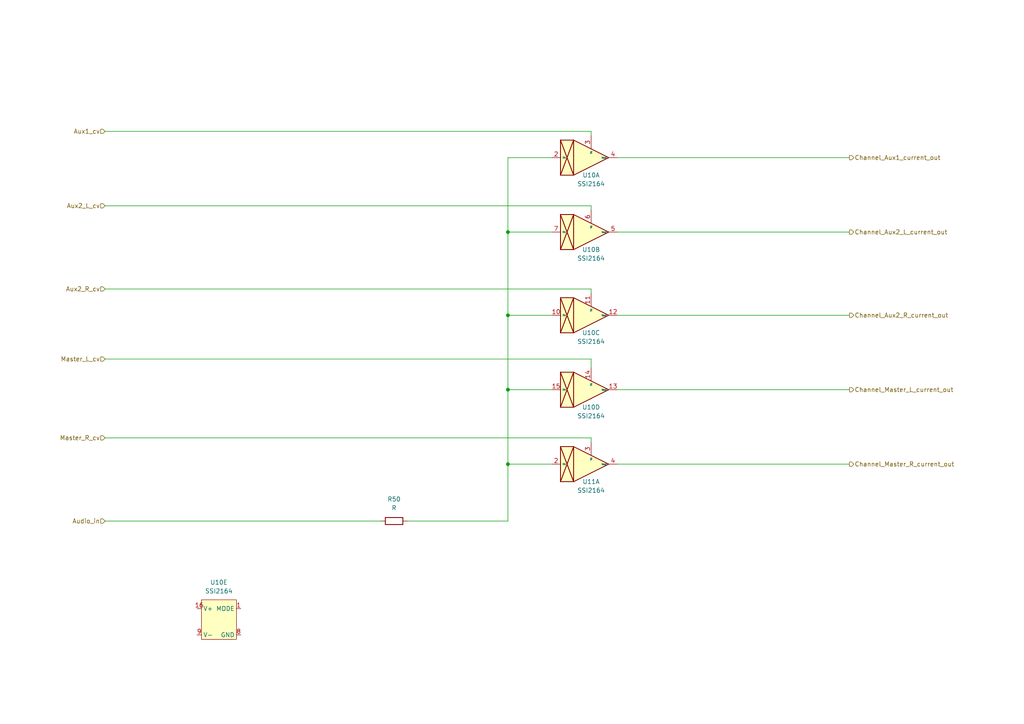
<source format=kicad_sch>
(kicad_sch (version 20230121) (generator eeschema)
  (paper "A4")
  (lib_symbols
    (symbol "Device:R" (pin_numbers hide) (pin_names (offset 0))
      (property "Reference" "R" (at 2.032 0 90))
      (property "Value" "R" (at 0 0 90))
      (symbol "R_0_1"
        (rectangle (start -1.016 -2.54) (end 1.016 2.54) (stroke (width 0.254)))
      )
      (symbol "R_1_1"
        (pin passive line (at 0 3.81 270) (length 1.27) (name "~") (number "1"))
        (pin passive line (at 0 -3.81 90) (length 1.27) (name "~") (number "2"))
      )
    )
    (symbol "WillItBlend:SSI2164-multiunit"
      (property "Reference" "U" (at -8.89 7.62 0))
      (property "Value" "SSI2164" (at -5.08 0 0))
      (symbol "SSI2164-multiunit_1_1"
        (polyline (pts (xy -8.89 -5.08) (xy -5.08 5.08) (xy -5.08 -5.08) (xy -8.89 5.08)) (stroke (width 0.254)))
        (polyline (pts (xy -5.08 5.08) (xy 5.08 0) (xy -5.08 -5.08) (xy -8.89 -5.08) (xy -8.89 5.08) (xy -5.08 5.08)) (stroke (width 0.254)) (fill (type background)))
        (pin input line (at -11.43 0 0) (length 2.54) (name "Iin") (number "2"))
        (pin input line (at 0 6.35 270) (length 3.8) (name "Vc") (number "3"))
        (pin output line (at 7.62 0 180) (length 2.54) (name "Iout") (number "4"))
      )
      (symbol "SSI2164-multiunit_2_1"
        (polyline (pts (xy -8.89 -5.08) (xy -5.08 5.08) (xy -5.08 -5.08) (xy -8.89 5.08)) (stroke (width 0.254)))
        (polyline (pts (xy -5.08 5.08) (xy 5.08 0) (xy -5.08 -5.08) (xy -8.89 -5.08) (xy -8.89 5.08) (xy -5.08 5.08)) (stroke (width 0.254)) (fill (type background)))
        (pin output line (at 7.62 0 180) (length 2.54) (name "Iout") (number "5"))
        (pin input line (at 0 6.35 270) (length 3.8) (name "Vc") (number "6"))
        (pin input line (at -11.43 0 0) (length 2.54) (name "Iin") (number "7"))
      )
      (symbol "SSI2164-multiunit_3_1"
        (polyline (pts (xy -8.89 -5.08) (xy -5.08 5.08) (xy -5.08 -5.08) (xy -8.89 5.08)) (stroke (width 0.254)))
        (polyline (pts (xy -5.08 5.08) (xy 5.08 0) (xy -5.08 -5.08) (xy -8.89 -5.08) (xy -8.89 5.08) (xy -5.08 5.08)) (stroke (width 0.254)) (fill (type background)))
        (pin input line (at -11.43 0 0) (length 2.54) (name "Iin") (number "10"))
        (pin input line (at 0 6.35 270) (length 3.8) (name "Vc") (number "11"))
        (pin output line (at 7.62 0 180) (length 2.54) (name "Iout") (number "12"))
      )
      (symbol "SSI2164-multiunit_4_1"
        (polyline (pts (xy -8.89 -5.08) (xy -5.08 5.08) (xy -5.08 -5.08) (xy -8.89 5.08)) (stroke (width 0.254)))
        (polyline (pts (xy -5.08 5.08) (xy 5.08 0) (xy -5.08 -5.08) (xy -8.89 -5.08) (xy -8.89 5.08) (xy -5.08 5.08)) (stroke (width 0.254)) (fill (type background)))
        (pin output line (at 7.62 0 180) (length 2.54) (name "Iout") (number "13"))
        (pin input line (at 0 6.35 270) (length 3.8) (name "Vc") (number "14"))
        (pin input line (at -11.43 0 0) (length 2.54) (name "Iin") (number "15"))
      )
      (symbol "SSI2164-multiunit_5_1"
        (rectangle (start -5.08 6.35) (end 5.08 -5.08) (fill (type background)))
        (pin power_in line (at 6.35 3.81 180) (length 1.27) (name "MODE") (number "1"))
        (pin power_in line (at -6.35 3.81 0) (length 1.27) (name "V+") (number "16"))
        (pin power_in line (at 6.35 -3.81 180) (length 1.27) (name "GND") (number "8"))
        (pin power_in line (at -6.35 -3.81 0) (length 1.27) (name "V-") (number "9"))
      )
    )
  )
  (junction (at 147.32 134.62))
  (junction (at 147.32 91.44))
  (junction (at 147.32 67.31))
  (junction (at 147.32 113.03))
  (wire (pts (xy 147.32 91.44) (xy 147.32 67.31)))
  (wire (pts (xy 147.32 67.31) (xy 160.02 67.31)))
  (wire (pts (xy 147.32 91.44) (xy 160.02 91.44)))
  (wire (pts (xy 30.48 151.13) (xy 110.49 151.13)))
  (wire (pts (xy 171.45 83.82) (xy 171.45 85.09)))
  (wire (pts (xy 171.45 38.1) (xy 171.45 39.37)))
  (wire (pts (xy 147.32 151.13) (xy 147.32 134.62)))
  (wire (pts (xy 246.38 67.31) (xy 179.07 67.31)))
  (wire (pts (xy 171.45 59.69) (xy 171.45 60.96)))
  (wire (pts (xy 171.45 127) (xy 171.45 128.27)))
  (wire (pts (xy 30.48 127) (xy 171.45 127)))
  (wire (pts (xy 147.32 113.03) (xy 160.02 113.03)))
  (wire (pts (xy 118.11 151.13) (xy 147.32 151.13)))
  (wire (pts (xy 246.38 134.62) (xy 179.07 134.62)))
  (wire (pts (xy 246.38 91.44) (xy 179.07 91.44)))
  (wire (pts (xy 246.38 113.03) (xy 179.07 113.03)))
  (wire (pts (xy 30.48 38.1) (xy 171.45 38.1)))
  (wire (pts (xy 171.45 104.14) (xy 171.45 106.68)))
  (wire (pts (xy 147.32 113.03) (xy 147.32 91.44)))
  (wire (pts (xy 147.32 134.62) (xy 147.32 113.03)))
  (wire (pts (xy 30.48 59.69) (xy 171.45 59.69)))
  (wire (pts (xy 30.48 83.82) (xy 171.45 83.82)))
  (wire (pts (xy 147.32 45.72) (xy 160.02 45.72)))
  (wire (pts (xy 147.32 134.62) (xy 160.02 134.62)))
  (wire (pts (xy 147.32 67.31) (xy 147.32 45.72)))
  (wire (pts (xy 246.38 45.72) (xy 179.07 45.72)))
  (wire (pts (xy 30.48 104.14) (xy 171.45 104.14)))
  (hierarchical_label "Channel_Aux2_R_current_out" (shape output) (at 246.38 91.44 0))
  (hierarchical_label "Master_R_cv" (shape input) (at 30.48 127 180))
  (hierarchical_label "Channel_Aux2_L_current_out" (shape output) (at 246.38 67.31 0))
  (hierarchical_label "Channel_Master_L_current_out" (shape output) (at 246.38 113.03 0))
  (hierarchical_label "Channel_Master_R_current_out" (shape output) (at 246.38 134.62 0))
  (hierarchical_label "Aux2_R_cv" (shape input) (at 30.48 83.82 180))
  (hierarchical_label "Aux2_L_cv" (shape input) (at 30.48 59.69 180))
  (hierarchical_label "Aux1_cv" (shape input) (at 30.48 38.1 180))
  (hierarchical_label "Audio_in" (shape input) (at 30.48 151.13 180))
  (hierarchical_label "Channel_Aux1_current_out" (shape output) (at 246.38 45.72 0))
  (hierarchical_label "Master_L_cv" (shape input) (at 30.48 104.14 180))
  (symbol (lib_id "WillItBlend:SSI2164-multiunit") (at 63.5 180.34 0) (unit 5)
    (property "Reference" "U10" (at 63.5 168.91 0))
    (property "Value" "SSI2164" (at 63.5 171.45 0))
    (property "Footprint" "Package_SO:SOIC-16_3.9x9.9mm_P1.27mm" (effects hide))
    (property "Datasheet" "http://www.soundsemiconductor.com/downloads/ssi2164datasheet.pdf" (effects hide))
  )
  (symbol (lib_id "WillItBlend:SSI2164-multiunit") (at 171.45 91.44 0) (unit 3)
    (property "Reference" "U10" (at 171.45 96.52 0))
    (property "Value" "SSI2164" (at 171.45 99.06 0))
    (property "Footprint" "Package_SO:SOIC-16_3.9x9.9mm_P1.27mm" (effects hide))
    (property "Datasheet" "http://www.soundsemiconductor.com/downloads/ssi2164datasheet.pdf" (effects hide))
  )
  (symbol (lib_id "WillItBlend:SSI2164-multiunit") (at 171.45 134.62 0) (unit 1)
    (property "Reference" "U11" (at 171.45 139.7 0))
    (property "Value" "SSI2164" (at 171.45 142.24 0))
    (property "Footprint" "Package_SO:SOIC-16_3.9x9.9mm_P1.27mm" (effects hide))
    (property "Datasheet" "http://www.soundsemiconductor.com/downloads/ssi2164datasheet.pdf" (effects hide))
  )
  (symbol (lib_id "WillItBlend:SSI2164-multiunit") (at 171.45 67.31 0) (unit 2)
    (property "Reference" "U10" (at 171.45 72.39 0))
    (property "Value" "SSI2164" (at 171.45 74.93 0))
    (property "Footprint" "Package_SO:SOIC-16_3.9x9.9mm_P1.27mm" (effects hide))
    (property "Datasheet" "http://www.soundsemiconductor.com/downloads/ssi2164datasheet.pdf" (effects hide))
  )
  (symbol (lib_id "Device:R") (at 114.3 151.13 90) (unit 1)
    (property "Reference" "R50" (at 114.3 144.78 90))
    (property "Value" "R" (at 114.3 147.32 90))
  )
  (symbol (lib_id "WillItBlend:SSI2164-multiunit") (at 171.45 113.03 0) (unit 4)
    (property "Reference" "U10" (at 171.45 118.11 0))
    (property "Value" "SSI2164" (at 171.45 120.65 0))
    (property "Footprint" "Package_SO:SOIC-16_3.9x9.9mm_P1.27mm" (effects hide))
    (property "Datasheet" "http://www.soundsemiconductor.com/downloads/ssi2164datasheet.pdf" (effects hide))
  )
  (symbol (lib_id "WillItBlend:SSI2164-multiunit") (at 171.45 45.72 0) (unit 1)
    (property "Reference" "U10" (at 171.45 50.8 0))
    (property "Value" "SSI2164" (at 171.45 53.34 0))
    (property "Footprint" "Package_SO:SOIC-16_3.9x9.9mm_P1.27mm" (effects hide))
    (property "Datasheet" "http://www.soundsemiconductor.com/downloads/ssi2164datasheet.pdf" (effects hide))
  )
)
</source>
